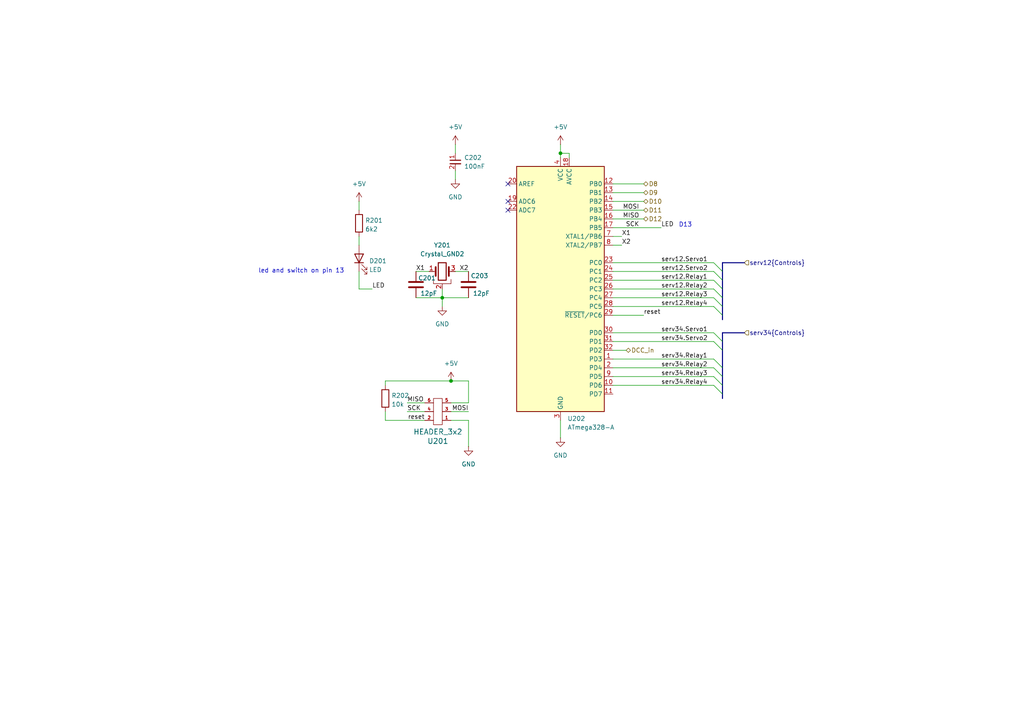
<source format=kicad_sch>
(kicad_sch (version 20231120) (generator "eeschema") (generator_version "8.0")
  (paper "A4")
  (title_block (company "Train-Science"))
  (lib_symbols
    (symbol "Device:C" (pin_numbers hide) (pin_names (offset 0.254))
      (property "Reference" "C" (at 0.635 2.54 0))
      (property "Value" "C" (at 0.635 -2.54 0))
      (symbol "C_0_1"
        (polyline (pts (xy -2.032 -0.762) (xy 2.032 -0.762)) (stroke (width 0.508)))
        (polyline (pts (xy -2.032 0.762) (xy 2.032 0.762)) (stroke (width 0.508)))
      )
      (symbol "C_1_1"
        (pin passive line (at 0 3.81 270) (length 2.794) (name "~") (number "1"))
        (pin passive line (at 0 -3.81 90) (length 2.794) (name "~") (number "2"))
      )
    )
    (symbol "Device:LED" (pin_numbers hide) (pin_names (offset 1.016) hide)
      (property "Reference" "D" (at 0 2.54 0))
      (property "Value" "LED" (at 0 -2.54 0))
      (symbol "LED_0_1"
        (polyline (pts (xy -1.27 -1.27) (xy -1.27 1.27)) (stroke (width 0.254)))
        (polyline (pts (xy -1.27 0) (xy 1.27 0)))
        (polyline (pts (xy 1.27 -1.27) (xy 1.27 1.27) (xy -1.27 0) (xy 1.27 -1.27)) (stroke (width 0.254)))
        (polyline (pts (xy -3.048 -0.762) (xy -4.572 -2.286) (xy -3.81 -2.286) (xy -4.572 -2.286) (xy -4.572 -1.524)))
        (polyline (pts (xy -1.778 -0.762) (xy -3.302 -2.286) (xy -2.54 -2.286) (xy -3.302 -2.286) (xy -3.302 -1.524)))
      )
      (symbol "LED_1_1"
        (pin passive line (at -3.81 0 0) (length 2.54) (name "K") (number "1"))
        (pin passive line (at 3.81 0 180) (length 2.54) (name "A") (number "2"))
      )
    )
    (symbol "Device:R" (pin_numbers hide) (pin_names (offset 0))
      (property "Reference" "R" (at 2.032 0 90))
      (property "Value" "R" (at 0 0 90))
      (symbol "R_0_1"
        (rectangle (start -1.016 -2.54) (end 1.016 2.54) (stroke (width 0.254)))
      )
      (symbol "R_1_1"
        (pin passive line (at 0 3.81 270) (length 1.27) (name "~") (number "1"))
        (pin passive line (at 0 -3.81 90) (length 1.27) (name "~") (number "2"))
      )
    )
    (symbol "MCU_Microchip_ATmega:ATmega328-A"
      (property "Reference" "U" (at -12.7 36.83 0))
      (property "Value" "ATmega328-A" (at 2.54 -36.83 0))
      (symbol "ATmega328-A_0_1"
        (rectangle (start -12.7 -35.56) (end 12.7 35.56) (stroke (width 0.254)) (fill (type background)))
      )
      (symbol "ATmega328-A_1_1"
        (pin bidirectional line (at 15.24 -20.32 180) (length 2.54) (name "PD3") (number "1"))
        (pin bidirectional line (at 15.24 -27.94 180) (length 2.54) (name "PD6") (number "10"))
        (pin bidirectional line (at 15.24 -30.48 180) (length 2.54) (name "PD7") (number "11"))
        (pin bidirectional line (at 15.24 30.48 180) (length 2.54) (name "PB0") (number "12"))
        (pin bidirectional line (at 15.24 27.94 180) (length 2.54) (name "PB1") (number "13"))
        (pin bidirectional line (at 15.24 25.4 180) (length 2.54) (name "PB2") (number "14"))
        (pin bidirectional line (at 15.24 22.86 180) (length 2.54) (name "PB3") (number "15"))
        (pin bidirectional line (at 15.24 20.32 180) (length 2.54) (name "PB4") (number "16"))
        (pin bidirectional line (at 15.24 17.78 180) (length 2.54) (name "PB5") (number "17"))
        (pin power_in line (at 2.54 38.1 270) (length 2.54) (name "AVCC") (number "18"))
        (pin input line (at -15.24 25.4 0) (length 2.54) (name "ADC6") (number "19"))
        (pin bidirectional line (at 15.24 -22.86 180) (length 2.54) (name "PD4") (number "2"))
        (pin passive line (at -15.24 30.48 0) (length 2.54) (name "AREF") (number "20"))
        (pin passive line (at 0 -38.1 90) (length 2.54) hide (name "GND") (number "21"))
        (pin input line (at -15.24 22.86 0) (length 2.54) (name "ADC7") (number "22"))
        (pin bidirectional line (at 15.24 7.62 180) (length 2.54) (name "PC0") (number "23"))
        (pin bidirectional line (at 15.24 5.08 180) (length 2.54) (name "PC1") (number "24"))
        (pin bidirectional line (at 15.24 2.54 180) (length 2.54) (name "PC2") (number "25"))
        (pin bidirectional line (at 15.24 0 180) (length 2.54) (name "PC3") (number "26"))
        (pin bidirectional line (at 15.24 -2.54 180) (length 2.54) (name "PC4") (number "27"))
        (pin bidirectional line (at 15.24 -5.08 180) (length 2.54) (name "PC5") (number "28"))
        (pin bidirectional line (at 15.24 -7.62 180) (length 2.54) (name "~{RESET}/PC6") (number "29"))
        (pin power_in line (at 0 -38.1 90) (length 2.54) (name "GND") (number "3"))
        (pin bidirectional line (at 15.24 -12.7 180) (length 2.54) (name "PD0") (number "30"))
        (pin bidirectional line (at 15.24 -15.24 180) (length 2.54) (name "PD1") (number "31"))
        (pin bidirectional line (at 15.24 -17.78 180) (length 2.54) (name "PD2") (number "32"))
        (pin power_in line (at 0 38.1 270) (length 2.54) (name "VCC") (number "4"))
        (pin passive line (at 0 -38.1 90) (length 2.54) hide (name "GND") (number "5"))
        (pin passive line (at 0 38.1 270) (length 2.54) hide (name "VCC") (number "6"))
        (pin bidirectional line (at 15.24 15.24 180) (length 2.54) (name "XTAL1/PB6") (number "7"))
        (pin bidirectional line (at 15.24 12.7 180) (length 2.54) (name "XTAL2/PB7") (number "8"))
        (pin bidirectional line (at 15.24 -25.4 180) (length 2.54) (name "PD5") (number "9"))
      )
    )
    (symbol "capacitor_miscellaneous:C_0402_100nF"
      (property "Reference" "U" (at 1.27 2.54 0))
      (property "Value" "100nF" (at 3.81 -2.54 0))
      (property "JLCPCB Part#" "C307331" (at 0 0 0))
      (symbol "C_0402_100nF_0_1"
        (polyline (pts (xy -1.524 -0.508) (xy 1.524 -0.508)) (stroke (width 0.3302)))
        (polyline (pts (xy -1.524 0.508) (xy 1.524 0.508)) (stroke (width 0.3048)))
      )
      (symbol "C_0402_100nF_1_1"
        (pin passive line (at 0 2.54 270) (length 2.032) (name "~") (number "1"))
        (pin passive line (at 0 -2.54 90) (length 2.032) (name "~") (number "2"))
      )
    )
    (symbol "custom_kicad_lib_sk:crystal_arduino" (pin_names (offset 1.016) hide)
      (property "Reference" "Y" (at 0 5.715 0))
      (property "Value" "Crystal_GND2" (at 0 3.81 0))
      (property "JLCPCB Part#" "C13738" (at 0 0 0))
      (symbol "crystal_arduino_0_1"
        (rectangle (start -1.143 2.54) (end 1.143 -2.54) (stroke (width 0.3048)))
        (polyline (pts (xy -2.54 0) (xy -1.905 0)))
        (polyline (pts (xy -1.905 -1.27) (xy -1.905 1.27)) (stroke (width 0.508)))
        (polyline (pts (xy 0 -3.81) (xy 0 -3.556)))
        (polyline (pts (xy 1.905 0) (xy 2.54 0)))
        (polyline (pts (xy 1.905 1.27) (xy 1.905 -1.27)) (stroke (width 0.508)))
        (polyline (pts (xy -2.54 -2.286) (xy -2.54 -3.556) (xy 2.54 -3.556) (xy 2.54 -2.286)))
      )
      (symbol "crystal_arduino_1_1"
        (pin passive line (at -3.81 0 0) (length 1.27) (name "1") (number "1"))
        (pin passive line (at 0 -5.08 90) (length 1.27) (name "GND") (number "2"))
        (pin passive line (at 3.81 0 180) (length 1.27) (name "3") (number "3"))
        (pin passive line (at 0 -5.08 90) (length 1.27) hide (name "GND") (number "4"))
      )
    )
    (symbol "power:+5V" (power) (pin_numbers hide) (pin_names (offset 0) hide)
      (property "Value" "+5V" (at 0 3.556 0))
      (symbol "+5V_0_1"
        (polyline (pts (xy -0.762 1.27) (xy 0 2.54)))
        (polyline (pts (xy 0 0) (xy 0 2.54)))
        (polyline (pts (xy 0 2.54) (xy 0.762 1.27)))
      )
      (symbol "+5V_1_1"
        (pin power_in line (at 0 0 90) (length 0) (name "~") (number "1"))
      )
    )
    (symbol "power:GND" (power) (pin_numbers hide) (pin_names (offset 0) hide)
      (property "Value" "GND" (at 0 -3.81 0))
      (symbol "GND_0_1"
        (polyline (pts (xy 0 0) (xy 0 -1.27) (xy 1.27 -1.27) (xy 0 -2.54) (xy -1.27 -1.27) (xy 0 -1.27)))
      )
      (symbol "GND_1_1"
        (pin power_in line (at 0 0 270) (length 0) (name "~") (number "1"))
      )
    )
    (symbol "servoDriverSMD-rescue:HEADER_3x2-w_connectors" (pin_names (offset 0))
      (property "Reference" "J" (at 0 5.08 0))
      (property "Value" "HEADER_3x2-w_connectors" (at 0 -5.08 0))
      (symbol "HEADER_3x2-w_connectors_0_1"
        (rectangle (start 1.27 3.81) (end -1.27 -3.81))
      )
      (symbol "HEADER_3x2-w_connectors_1_1"
        (pin passive line (at -3.81 2.54 0) (length 2.54) (name "~") (number "1"))
        (pin passive line (at 3.81 2.54 180) (length 2.54) (name "~") (number "2"))
        (pin passive line (at -3.81 0 0) (length 2.54) (name "~") (number "3"))
        (pin passive line (at 3.81 0 180) (length 2.54) (name "~") (number "4"))
        (pin passive line (at -3.81 -2.54 0) (length 2.54) (name "~") (number "5"))
        (pin passive line (at 3.81 -2.54 180) (length 2.54) (name "~") (number "6"))
      )
    )
  )
  (junction (at 128.27 86.36))
  (junction (at 162.56 44.45))
  (junction (at 130.81 110.49))
  (no_connect (at 147.32 58.42))
  (no_connect (at 147.32 53.34))
  (no_connect (at 147.32 60.96))
  (bus_entry (at 207.01 109.22) (size 2.54 2.54))
  (bus_entry (at 207.01 83.82) (size 2.54 2.54))
  (bus_entry (at 207.01 86.36) (size 2.54 2.54))
  (bus_entry (at 207.01 88.9) (size 2.54 2.54))
  (bus_entry (at 207.01 106.68) (size 2.54 2.54))
  (bus_entry (at 207.01 78.74) (size 2.54 2.54))
  (bus_entry (at 207.01 99.06) (size 2.54 2.54))
  (bus_entry (at 207.01 81.28) (size 2.54 2.54))
  (bus_entry (at 207.01 104.14) (size 2.54 2.54))
  (bus_entry (at 207.01 96.52) (size 2.54 2.54))
  (bus_entry (at 207.01 111.76) (size 2.54 2.54))
  (bus_entry (at 207.01 76.2) (size 2.54 2.54))
  (bus (pts (xy 209.55 106.68) (xy 209.55 109.22)))
  (wire (pts (xy 162.56 44.45) (xy 162.56 45.72)))
  (wire (pts (xy 128.27 86.36) (xy 135.89 86.36)))
  (wire (pts (xy 130.81 116.84) (xy 135.89 116.84)))
  (wire (pts (xy 177.8 104.14) (xy 207.01 104.14)))
  (wire (pts (xy 177.8 99.06) (xy 207.01 99.06)))
  (wire (pts (xy 135.89 121.92) (xy 130.81 121.92)))
  (wire (pts (xy 165.1 44.45) (xy 162.56 44.45)))
  (wire (pts (xy 177.8 86.36) (xy 207.01 86.36)))
  (wire (pts (xy 177.8 111.76) (xy 207.01 111.76)))
  (bus (pts (xy 209.55 114.3) (xy 209.55 115.57)))
  (wire (pts (xy 123.19 119.38) (xy 118.11 119.38)))
  (wire (pts (xy 124.46 78.74) (xy 120.65 78.74)))
  (bus (pts (xy 209.55 101.6) (xy 209.55 106.68)))
  (wire (pts (xy 177.8 76.2) (xy 207.01 76.2)))
  (wire (pts (xy 111.76 121.92) (xy 123.19 121.92)))
  (wire (pts (xy 177.8 88.9) (xy 207.01 88.9)))
  (wire (pts (xy 111.76 110.49) (xy 130.81 110.49)))
  (wire (pts (xy 130.81 110.49) (xy 135.89 110.49)))
  (bus (pts (xy 209.55 83.82) (xy 209.55 86.36)))
  (bus (pts (xy 209.55 96.52) (xy 215.9 96.52)))
  (wire (pts (xy 104.14 78.74) (xy 104.14 83.82)))
  (wire (pts (xy 177.8 91.44) (xy 186.69 91.44)))
  (wire (pts (xy 135.89 116.84) (xy 135.89 110.49)))
  (wire (pts (xy 177.8 71.12) (xy 180.34 71.12)))
  (wire (pts (xy 162.56 121.92) (xy 162.56 127)))
  (wire (pts (xy 177.8 109.22) (xy 207.01 109.22)))
  (wire (pts (xy 111.76 119.38) (xy 111.76 121.92)))
  (wire (pts (xy 130.81 119.38) (xy 135.89 119.38)))
  (wire (pts (xy 177.8 83.82) (xy 207.01 83.82)))
  (bus (pts (xy 209.55 109.22) (xy 209.55 111.76)))
  (wire (pts (xy 104.14 68.58) (xy 104.14 71.12)))
  (wire (pts (xy 128.27 83.82) (xy 128.27 86.36)))
  (wire (pts (xy 132.08 78.74) (xy 135.89 78.74)))
  (wire (pts (xy 162.56 41.91) (xy 162.56 44.45)))
  (wire (pts (xy 135.89 121.92) (xy 135.89 129.54)))
  (wire (pts (xy 177.8 68.58) (xy 180.34 68.58)))
  (wire (pts (xy 118.11 116.84) (xy 123.19 116.84)))
  (wire (pts (xy 104.14 58.42) (xy 104.14 60.96)))
  (bus (pts (xy 209.55 81.28) (xy 209.55 83.82)))
  (wire (pts (xy 132.08 49.53) (xy 132.08 52.07)))
  (bus (pts (xy 209.55 91.44) (xy 209.55 92.71)))
  (wire (pts (xy 177.8 60.96) (xy 186.69 60.96)))
  (bus (pts (xy 209.55 76.2) (xy 209.55 78.74)))
  (wire (pts (xy 111.76 110.49) (xy 111.76 111.76)))
  (bus (pts (xy 209.55 86.36) (xy 209.55 88.9)))
  (wire (pts (xy 107.95 83.82) (xy 104.14 83.82)))
  (wire (pts (xy 177.8 81.28) (xy 207.01 81.28)))
  (bus (pts (xy 209.55 99.06) (xy 209.55 101.6)))
  (wire (pts (xy 177.8 55.88) (xy 186.69 55.88)))
  (wire (pts (xy 120.65 86.36) (xy 128.27 86.36)))
  (wire (pts (xy 132.08 41.91) (xy 132.08 44.45)))
  (wire (pts (xy 177.8 101.6) (xy 181.61 101.6)))
  (wire (pts (xy 128.27 86.36) (xy 128.27 88.9)))
  (wire (pts (xy 177.8 66.04) (xy 191.77 66.04)))
  (wire (pts (xy 165.1 45.72) (xy 165.1 44.45)))
  (bus (pts (xy 209.55 88.9) (xy 209.55 91.44)))
  (wire (pts (xy 177.8 96.52) (xy 207.01 96.52)))
  (bus (pts (xy 209.55 96.52) (xy 209.55 99.06)))
  (wire (pts (xy 177.8 63.5) (xy 186.69 63.5)))
  (wire (pts (xy 177.8 53.34) (xy 186.69 53.34)))
  (bus (pts (xy 209.55 78.74) (xy 209.55 81.28)))
  (wire (pts (xy 177.8 78.74) (xy 207.01 78.74)))
  (wire (pts (xy 177.8 106.68) (xy 207.01 106.68)))
  (wire (pts (xy 177.8 58.42) (xy 186.69 58.42)))
  (bus (pts (xy 209.55 76.2) (xy 215.9 76.2)))
  (bus (pts (xy 209.55 111.76) (xy 209.55 114.3)))
  (text "led and switch on pin 13" (at 74.93 79.375 0) (effects (font (size 1.27 1.27)) (justify left bottom)))
  (text "D13" (at 196.85 66.04 0) (effects (font (size 1.27 1.27)) (justify left bottom)))
  (label "serv12.Relay3" (at 191.77 86.36 0))
  (label "SCK" (at 118.11 119.38 0))
  (label "reset" (at 186.69 91.44 0))
  (label "serv12.Servo2" (at 191.77 78.74 0))
  (label "X1" (at 120.65 78.74 0))
  (label "serv12.Relay2" (at 191.77 83.82 0))
  (label "X2" (at 180.34 71.12 0))
  (label "serv34.Relay1" (at 191.77 104.14 0))
  (label "serv12.Relay1" (at 191.77 81.28 0))
  (label "MISO" (at 118.11 116.84 0))
  (label "MOSI" (at 185.42 60.96 180))
  (label "reset" (at 123.19 121.92 180))
  (label "serv12.Relay4" (at 191.77 88.9 0))
  (label "serv34.Relay3" (at 191.77 109.22 0))
  (label "LED" (at 191.77 66.04 0))
  (label "X1" (at 180.34 68.58 0))
  (label "serv34.Servo2" (at 191.77 99.06 0))
  (label "SCK" (at 185.42 66.04 180))
  (label "MISO" (at 185.42 63.5 180))
  (label "serv12.Servo1" (at 191.77 76.2 0))
  (label "LED" (at 107.95 83.82 0))
  (label "serv34.Relay4" (at 191.77 111.76 0))
  (label "serv34.Relay2" (at 191.77 106.68 0))
  (label "MOSI" (at 135.89 119.38 180))
  (label "serv34.Servo1" (at 191.77 96.52 0))
  (label "X2" (at 135.89 78.74 180))
  (hierarchical_label "D9" (shape bidirectional) (at 186.69 55.88 0))
  (hierarchical_label "D12" (shape bidirectional) (at 186.69 63.5 0))
  (hierarchical_label "D11" (shape bidirectional) (at 186.69 60.96 0))
  (hierarchical_label "serv34{Controls}" (shape input) (at 215.9 96.52 0))
  (hierarchical_label "D8" (shape bidirectional) (at 186.69 53.34 0))
  (hierarchical_label "serv12{Controls}" (shape input) (at 215.9 76.2 0))
  (hierarchical_label "D10" (shape bidirectional) (at 186.69 58.42 0))
  (hierarchical_label "DCC_in" (shape bidirectional) (at 181.61 101.6 0))
  (symbol (lib_id "custom_kicad_lib_sk:crystal_arduino") (at 128.27 78.74 0) (unit 1)
    (property "Reference" "Y201" (at 128.27 71.12 0))
    (property "Value" "Crystal_GND2" (at 128.27 73.66 0))
    (property "Footprint" "custom_kicad_lib_sk:crystal_arduino" (effects (hide yes)))
    (property "JLCPCB Part#" "C13738" (effects (hide yes)))
    (instances (project "OS-ServoDriver" (path "" (reference "Y201") (unit 1))) (project "atmega328" (path "" (reference "Y201") (unit 1))) (project "general_schematics" (path "" (reference "Y?") (unit 1)) (path "" (reference "Y1401") (unit 1))))
  )
  (symbol (lib_id "Device:C") (at 135.89 82.55 180) (unit 1)
    (property "Reference" "C203" (at 136.525 80.01 0) (effects (justify right)))
    (property "Value" "12pF" (at 137.16 85.09 0) (effects (justify right)))
    (property "Footprint" "Capacitor_SMD:C_0603_1608Metric" (effects (hide yes)))
    (property "JLCPCB Part#" "C38523" (effects (hide yes)))
    (instances (project "OS-ServoDriver" (path "" (reference "C203") (unit 1))) (project "atmega328" (path "" (reference "C203") (unit 1))) (project "general_schematics" (path "" (reference "C?") (unit 1)) (path "" (reference "C1403") (unit 1))))
  )
  (symbol (lib_id "Device:R") (at 104.14 64.77 0) (unit 1)
    (property "Reference" "R201" (at 105.918 63.9353 0) (effects (justify left)))
    (property "Value" "6k2" (at 105.918 66.4722 0) (effects (justify left)))
    (property "Footprint" "Resistor_SMD:R_0603_1608Metric_Pad0.98x0.95mm_HandSolder" (effects (hide yes)))
    (property "JLCPCB Part#" "C4260" (effects (hide yes)))
    (instances (project "OS-ServoDriver" (path "" (reference "R201") (unit 1))) (project "atmega328" (path "" (reference "R201") (unit 1))) (project "general_schematics" (path "" (reference "R1401") (unit 1))))
  )
  (symbol (lib_id "MCU_Microchip_ATmega:ATmega328-A") (at 162.56 83.82 0) (unit 1)
    (property "Reference" "U202" (at 164.5794 121.4104 0) (effects (justify left)))
    (property "Value" "ATmega328-A" (at 164.5794 123.9473 0) (effects (justify left)))
    (property "Footprint" "Package_QFP:TQFP-32_7x7mm_P0.8mm" (effects (hide yes)))
    (property "Datasheet" "http://ww1.microchip.com/downloads/en/DeviceDoc/ATmega328_P%20AVR%20MCU%20with%20picoPower%20Technology%20Data%20Sheet%2040001984A.pdf" (effects (hide yes)))
    (property "JLCPCB Part#" "C14877" (effects (hide yes)))
    (instances (project "OS-ServoDriver" (path "" (reference "U202") (unit 1))) (project "atmega328" (path "" (reference "U202") (unit 1))) (project "general_schematics" (path "" (reference "U1402") (unit 1))))
  )
  (symbol (lib_id "power:+5V") (at 104.14 58.42 0) (unit 1)
    (property "Reference" "#PWR0203" (effects (hide yes)))
    (property "Value" "+5V" (at 104.14 53.34 0))
    (property "Description" "Power symbol creates a global label with name \"+5V\"" (effects (hide yes)))
  )
  (symbol (lib_id "power:GND") (at 132.08 52.07 0) (unit 1)
    (property "Reference" "#PWR0208" (effects (hide yes)))
    (property "Value" "GND" (at 132.08 57.15 0))
    (property "Description" "Power symbol creates a global label with name \"GND\" , ground" (effects (hide yes)))
  )
  (symbol (lib_id "power:GND") (at 128.27 88.9 0) (unit 1)
    (property "Reference" "#PWR0207" (effects (hide yes)))
    (property "Value" "GND" (at 128.27 93.98 0))
    (property "Description" "Power symbol creates a global label with name \"GND\" , ground" (effects (hide yes)))
  )
  (symbol (lib_id "Device:C") (at 120.65 82.55 180) (unit 1)
    (property "Reference" "C201" (at 121.285 80.645 0) (effects (justify right)))
    (property "Value" "12pF" (at 121.92 85.09 0) (effects (justify right)))
    (property "Footprint" "Capacitor_SMD:C_0603_1608Metric" (effects (hide yes)))
    (property "JLCPCB Part#" "C38523" (effects (hide yes)))
    (instances (project "OS-ServoDriver" (path "" (reference "C201") (unit 1))) (project "atmega328" (path "" (reference "C201") (unit 1))) (project "general_schematics" (path "" (reference "C?") (unit 1)) (path "" (reference "C1401") (unit 1))))
  )
  (symbol (lib_id "power:+5V") (at 132.08 41.91 0) (unit 1)
    (property "Reference" "#PWR0202" (effects (hide yes)))
    (property "Value" "+5V" (at 132.08 36.83 0))
    (property "Description" "Power symbol creates a global label with name \"+5V\"" (effects (hide yes)))
  )
  (symbol (lib_id "Device:LED") (at 104.14 74.93 90) (unit 1)
    (property "Reference" "D201" (at 107.061 75.6828 90) (effects (justify right)))
    (property "Value" "LED" (at 107.061 78.2197 90) (effects (justify right)))
    (property "Footprint" "LED_SMD:LED_0805_2012Metric_Pad1.15x1.40mm_HandSolder" (effects (hide yes)))
    (property "JLCPCB Part#" "C84256" (effects (hide yes)))
    (instances (project "OS-ServoDriver" (path "" (reference "D201") (unit 1))) (project "atmega328" (path "" (reference "D201") (unit 1))) (project "general_schematics" (path "" (reference "D1401") (unit 1))))
  )
  (symbol (lib_id "servoDriverSMD-rescue:HEADER_3x2-w_connectors") (at 127 119.38 180) (unit 1)
    (property "Reference" "U201" (at 127 127.9398 0) (effects (font (size 1.524 1.524))))
    (property "Value" "HEADER_3x2" (at 127 125.2474 0) (effects (font (size 1.524 1.524))))
    (property "Footprint" "Connector_PinSocket_1.27mm:PinSocket_2x03_P1.27mm_Vertical" (effects (hide yes)))
    (instances (project "OS-ServoDriver" (path "" (reference "U201") (unit 1))) (project "atmega328" (path "" (reference "U201") (unit 1))) (project "general_schematics" (path "" (reference "U1401") (unit 1))))
  )
  (symbol (lib_id "Device:R") (at 111.76 115.57 0) (unit 1)
    (property "Reference" "R202" (at 113.538 114.7353 0) (effects (justify left)))
    (property "Value" "10k" (at 113.538 117.2722 0) (effects (justify left)))
    (property "Footprint" "Resistor_SMD:R_0402_1005Metric_Pad0.72x0.64mm_HandSolder" (effects (hide yes)))
    (property "JLCPCB Part#" "C25744" (effects (hide yes)))
    (instances (project "OS-ServoDriver" (path "" (reference "R202") (unit 1))) (project "atmega328" (path "" (reference "R202") (unit 1))) (project "general_schematics" (path "" (reference "R1402") (unit 1))))
  )
  (symbol (lib_id "capacitor_miscellaneous:C_0402_100nF") (at 132.08 46.99 0) (unit 1)
    (property "Reference" "C202" (at 134.62 45.7263 0) (effects (justify left)))
    (property "Value" "100nF" (at 134.62 48.2663 0) (effects (justify left)))
    (property "Footprint" "Capacitor_SMD:C_0402_1005Metric" (effects (hide yes)))
    (property "JLCPCB Part#" "C307331" (effects (hide yes)))
  )
  (symbol (lib_id "power:GND") (at 162.56 127 0) (unit 1)
    (property "Reference" "#PWR0205" (effects (hide yes)))
    (property "Value" "GND" (at 162.56 132.08 0))
    (property "Description" "Power symbol creates a global label with name \"GND\" , ground" (effects (hide yes)))
  )
  (symbol (lib_id "power:+5V") (at 162.56 41.91 0) (unit 1)
    (property "Reference" "#PWR0201" (effects (hide yes)))
    (property "Value" "+5V" (at 162.56 36.83 0))
    (property "Description" "Power symbol creates a global label with name \"+5V\"" (effects (hide yes)))
  )
  (symbol (lib_id "power:GND") (at 135.89 129.54 0) (unit 1)
    (property "Reference" "#PWR0206" (effects (hide yes)))
    (property "Value" "GND" (at 135.89 134.62 0))
    (property "Description" "Power symbol creates a global label with name \"GND\" , ground" (effects (hide yes)))
  )
  (symbol (lib_id "power:+5V") (at 130.81 110.49 0) (unit 1)
    (property "Reference" "#PWR0204" (effects (hide yes)))
    (property "Value" "+5V" (at 130.81 105.41 0))
    (property "Description" "Power symbol creates a global label with name \"+5V\"" (effects (hide yes)))
  )
)
</source>
